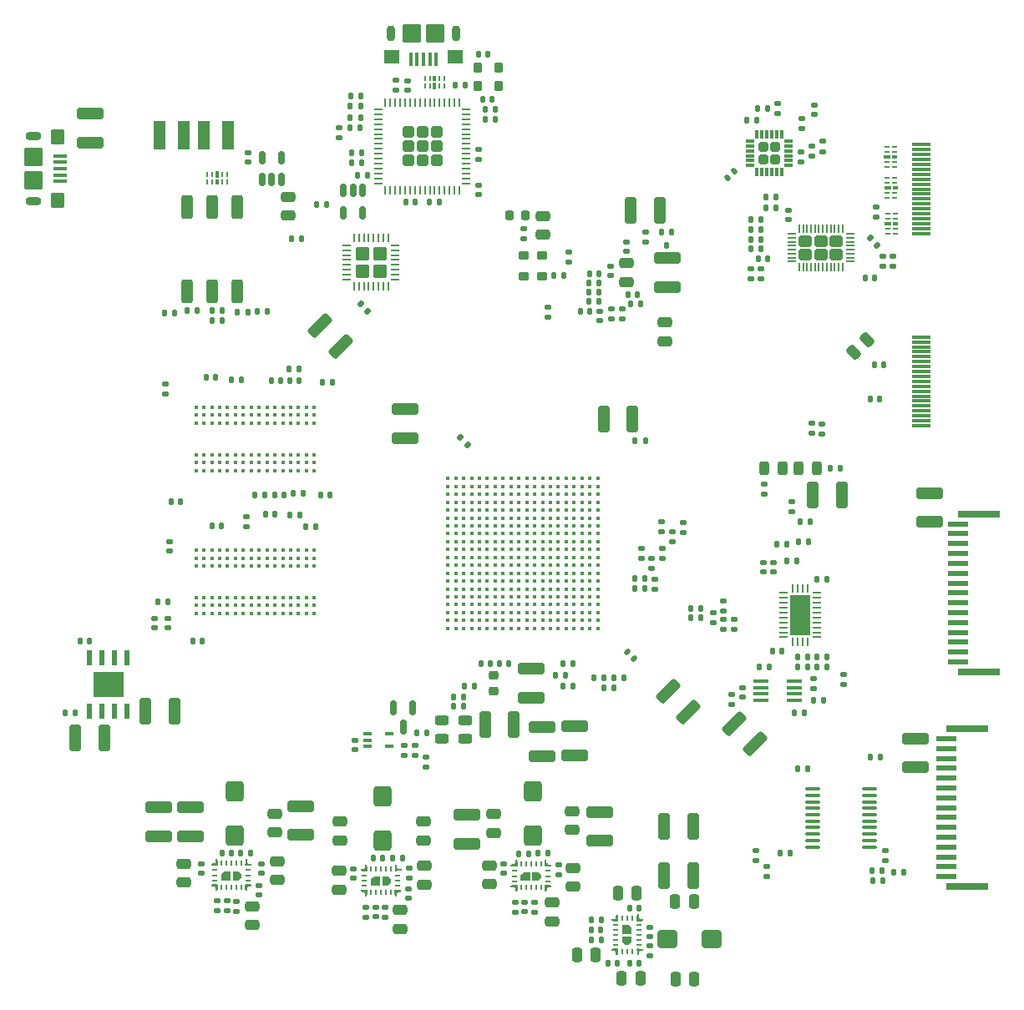
<source format=gbr>
%TF.GenerationSoftware,KiCad,Pcbnew,9.0.4*%
%TF.CreationDate,2025-11-23T15:58:38-06:00*%
%TF.ProjectId,zynq_test,7a796e71-5f74-4657-9374-2e6b69636164,rev?*%
%TF.SameCoordinates,Original*%
%TF.FileFunction,Paste,Top*%
%TF.FilePolarity,Positive*%
%FSLAX46Y46*%
G04 Gerber Fmt 4.6, Leading zero omitted, Abs format (unit mm)*
G04 Created by KiCad (PCBNEW 9.0.4) date 2025-11-23 15:58:38*
%MOMM*%
%LPD*%
G01*
G04 APERTURE LIST*
G04 Aperture macros list*
%AMRoundRect*
0 Rectangle with rounded corners*
0 $1 Rounding radius*
0 $2 $3 $4 $5 $6 $7 $8 $9 X,Y pos of 4 corners*
0 Add a 4 corners polygon primitive as box body*
4,1,4,$2,$3,$4,$5,$6,$7,$8,$9,$2,$3,0*
0 Add four circle primitives for the rounded corners*
1,1,$1+$1,$2,$3*
1,1,$1+$1,$4,$5*
1,1,$1+$1,$6,$7*
1,1,$1+$1,$8,$9*
0 Add four rect primitives between the rounded corners*
20,1,$1+$1,$2,$3,$4,$5,0*
20,1,$1+$1,$4,$5,$6,$7,0*
20,1,$1+$1,$6,$7,$8,$9,0*
20,1,$1+$1,$8,$9,$2,$3,0*%
%AMFreePoly0*
4,1,5,0.125000,-0.350000,-0.125000,-0.350000,-0.125000,0.350000,0.125000,0.350000,0.125000,-0.350000,0.125000,-0.350000,$1*%
G04 Aperture macros list end*
%ADD10C,0.000000*%
%ADD11RoundRect,0.250000X-0.475000X0.250000X-0.475000X-0.250000X0.475000X-0.250000X0.475000X0.250000X0*%
%ADD12RoundRect,0.250000X0.325000X1.100000X-0.325000X1.100000X-0.325000X-1.100000X0.325000X-1.100000X0*%
%ADD13RoundRect,0.135000X0.185000X-0.135000X0.185000X0.135000X-0.185000X0.135000X-0.185000X-0.135000X0*%
%ADD14RoundRect,0.250000X-0.750000X-0.650000X0.750000X-0.650000X0.750000X0.650000X-0.750000X0.650000X0*%
%ADD15RoundRect,0.125000X-0.125000X0.175000X-0.125000X-0.175000X0.125000X-0.175000X0.125000X0.175000X0*%
%ADD16RoundRect,0.243750X-0.243750X-0.456250X0.243750X-0.456250X0.243750X0.456250X-0.243750X0.456250X0*%
%ADD17RoundRect,0.140000X-0.140000X-0.170000X0.140000X-0.170000X0.140000X0.170000X-0.140000X0.170000X0*%
%ADD18RoundRect,0.135000X-0.135000X-0.185000X0.135000X-0.185000X0.135000X0.185000X-0.135000X0.185000X0*%
%ADD19RoundRect,0.135000X-0.185000X0.135000X-0.185000X-0.135000X0.185000X-0.135000X0.185000X0.135000X0*%
%ADD20RoundRect,0.140000X0.140000X0.170000X-0.140000X0.170000X-0.140000X-0.170000X0.140000X-0.170000X0*%
%ADD21RoundRect,0.243750X0.456250X-0.243750X0.456250X0.243750X-0.456250X0.243750X-0.456250X-0.243750X0*%
%ADD22RoundRect,0.140000X-0.170000X0.140000X-0.170000X-0.140000X0.170000X-0.140000X0.170000X0.140000X0*%
%ADD23RoundRect,0.135000X0.135000X0.185000X-0.135000X0.185000X-0.135000X-0.185000X0.135000X-0.185000X0*%
%ADD24FreePoly0,270.000000*%
%ADD25C,0.258747*%
%ADD26FreePoly0,0.000000*%
%ADD27R,0.599999X0.249999*%
%ADD28FreePoly0,90.000000*%
%ADD29R,0.249999X0.599999*%
%ADD30FreePoly0,180.000000*%
%ADD31RoundRect,0.225000X-0.225000X-0.250000X0.225000X-0.250000X0.225000X0.250000X-0.225000X0.250000X0*%
%ADD32RoundRect,0.135000X0.226274X0.035355X0.035355X0.226274X-0.226274X-0.035355X-0.035355X-0.226274X0*%
%ADD33RoundRect,0.140000X0.170000X-0.140000X0.170000X0.140000X-0.170000X0.140000X-0.170000X-0.140000X0*%
%ADD34RoundRect,0.250000X-0.325000X-1.100000X0.325000X-1.100000X0.325000X1.100000X-0.325000X1.100000X0*%
%ADD35RoundRect,0.140000X-0.021213X0.219203X-0.219203X0.021213X0.021213X-0.219203X0.219203X-0.021213X0*%
%ADD36C,0.400000*%
%ADD37R,0.812800X0.254000*%
%ADD38R,0.254000X0.812800*%
%ADD39R,2.108200X4.089400*%
%ADD40RoundRect,0.250000X0.250000X0.475000X-0.250000X0.475000X-0.250000X-0.475000X0.250000X-0.475000X0*%
%ADD41RoundRect,0.250000X-1.100000X0.325000X-1.100000X-0.325000X1.100000X-0.325000X1.100000X0.325000X0*%
%ADD42RoundRect,0.250000X-0.159099X0.512652X-0.512652X0.159099X0.159099X-0.512652X0.512652X-0.159099X0*%
%ADD43RoundRect,0.150000X-0.150000X0.587500X-0.150000X-0.587500X0.150000X-0.587500X0.150000X0.587500X0*%
%ADD44R,1.250000X3.000000*%
%ADD45RoundRect,0.135000X-0.365000X-0.315000X0.365000X-0.315000X0.365000X0.315000X-0.365000X0.315000X0*%
%ADD46R,1.600000X0.300000*%
%ADD47RoundRect,0.250000X1.007627X0.548008X0.548008X1.007627X-1.007627X-0.548008X-0.548008X-1.007627X0*%
%ADD48RoundRect,0.250000X1.100000X-0.325000X1.100000X0.325000X-1.100000X0.325000X-1.100000X-0.325000X0*%
%ADD49R,0.625000X0.250000*%
%ADD50R,0.700000X0.450000*%
%ADD51R,0.575000X0.450000*%
%ADD52RoundRect,0.250000X-0.335000X0.335000X-0.335000X-0.335000X0.335000X-0.335000X0.335000X0.335000X0*%
%ADD53RoundRect,0.062500X-0.062500X0.337500X-0.062500X-0.337500X0.062500X-0.337500X0.062500X0.337500X0*%
%ADD54RoundRect,0.062500X-0.337500X0.062500X-0.337500X-0.062500X0.337500X-0.062500X0.337500X0.062500X0*%
%ADD55RoundRect,0.140000X-0.219203X-0.021213X-0.021213X-0.219203X0.219203X0.021213X0.021213X0.219203X0*%
%ADD56R,2.000000X0.600000*%
%ADD57R,4.200000X0.700000*%
%ADD58C,0.430000*%
%ADD59RoundRect,0.243750X0.243750X0.456250X-0.243750X0.456250X-0.243750X-0.456250X0.243750X-0.456250X0*%
%ADD60RoundRect,0.247500X-0.247500X-0.247500X0.247500X-0.247500X0.247500X0.247500X-0.247500X0.247500X0*%
%ADD61RoundRect,0.075000X-0.362500X-0.075000X0.362500X-0.075000X0.362500X0.075000X-0.362500X0.075000X0*%
%ADD62RoundRect,0.075000X-0.075000X-0.362500X0.075000X-0.362500X0.075000X0.362500X-0.075000X0.362500X0*%
%ADD63RoundRect,0.250000X0.650000X-0.750000X0.650000X0.750000X-0.650000X0.750000X-0.650000X-0.750000X0*%
%ADD64R,0.600000X1.550000*%
%ADD65R,3.100000X2.600000*%
%ADD66RoundRect,0.150000X0.150000X-0.512500X0.150000X0.512500X-0.150000X0.512500X-0.150000X-0.512500X0*%
%ADD67RoundRect,0.135000X-0.315000X0.365000X-0.315000X-0.365000X0.315000X-0.365000X0.315000X0.365000X0*%
%ADD68RoundRect,0.250000X-0.420000X-0.325000X0.420000X-0.325000X0.420000X0.325000X-0.420000X0.325000X0*%
%ADD69RoundRect,0.050000X-0.362500X-0.050000X0.362500X-0.050000X0.362500X0.050000X-0.362500X0.050000X0*%
%ADD70RoundRect,0.050000X-0.050000X-0.362500X0.050000X-0.362500X0.050000X0.362500X-0.050000X0.362500X0*%
%ADD71R,0.250000X0.625000*%
%ADD72R,0.450000X0.700000*%
%ADD73R,0.450000X0.575000*%
%ADD74RoundRect,0.250000X0.455000X0.455000X-0.455000X0.455000X-0.455000X-0.455000X0.455000X-0.455000X0*%
%ADD75RoundRect,0.062500X0.337500X0.062500X-0.337500X0.062500X-0.337500X-0.062500X0.337500X-0.062500X0*%
%ADD76RoundRect,0.062500X0.062500X0.337500X-0.062500X0.337500X-0.062500X-0.337500X0.062500X-0.337500X0*%
%ADD77RoundRect,0.250000X-1.007627X-0.548008X-0.548008X-1.007627X1.007627X0.548008X0.548008X1.007627X0*%
%ADD78RoundRect,0.250000X0.310000X-0.970000X0.310000X0.970000X-0.310000X0.970000X-0.310000X-0.970000X0*%
%ADD79RoundRect,0.225000X0.250000X-0.225000X0.250000X0.225000X-0.250000X0.225000X-0.250000X-0.225000X0*%
%ADD80RoundRect,0.100000X-0.575000X0.100000X-0.575000X-0.100000X0.575000X-0.100000X0.575000X0.100000X0*%
%ADD81O,1.600000X0.900000*%
%ADD82RoundRect,0.250000X-0.450000X0.550000X-0.450000X-0.550000X0.450000X-0.550000X0.450000X0.550000X0*%
%ADD83RoundRect,0.250000X-0.700000X0.700000X-0.700000X-0.700000X0.700000X-0.700000X0.700000X0.700000X0*%
%ADD84RoundRect,0.150000X-0.150000X0.512500X-0.150000X-0.512500X0.150000X-0.512500X0.150000X0.512500X0*%
%ADD85RoundRect,0.087500X-0.337500X-0.087500X0.337500X-0.087500X0.337500X0.087500X-0.337500X0.087500X0*%
%ADD86RoundRect,0.100000X0.100000X0.575000X-0.100000X0.575000X-0.100000X-0.575000X0.100000X-0.575000X0*%
%ADD87O,0.900000X1.600000*%
%ADD88RoundRect,0.250000X0.550000X0.450000X-0.550000X0.450000X-0.550000X-0.450000X0.550000X-0.450000X0*%
%ADD89RoundRect,0.250000X0.700000X0.700000X-0.700000X0.700000X-0.700000X-0.700000X0.700000X-0.700000X0*%
%ADD90R,1.900000X0.300000*%
%ADD91RoundRect,0.100000X-0.637500X-0.100000X0.637500X-0.100000X0.637500X0.100000X-0.637500X0.100000X0*%
G04 APERTURE END LIST*
D10*
%TO.C,U1403*%
G36*
X139638994Y-126597001D02*
G01*
X139838986Y-126822002D01*
X139884995Y-126872001D01*
X139885001Y-127475003D01*
X139834996Y-127525000D01*
X139035000Y-127525000D01*
X138985000Y-127475003D01*
X138985000Y-126600000D01*
X139035000Y-126550001D01*
X139589002Y-126550001D01*
X139638994Y-126597001D01*
G37*
G36*
X138535001Y-125590002D02*
G01*
X138585003Y-125640000D01*
X138585001Y-126165000D01*
X138535001Y-126215002D01*
X138060000Y-126215000D01*
X138010000Y-126165000D01*
X138010000Y-126015000D01*
X138060000Y-125965000D01*
X138235001Y-125965000D01*
X138335001Y-125865001D01*
X138335001Y-125640002D01*
X138385001Y-125590000D01*
X138535001Y-125590002D01*
G37*
G36*
X138585001Y-129015002D02*
G01*
X138585003Y-129540000D01*
X138535001Y-129590002D01*
X138385001Y-129590002D01*
X138334999Y-129540002D01*
X138335001Y-129315001D01*
X138234999Y-129215002D01*
X138060000Y-129215002D01*
X138010000Y-129165002D01*
X138010000Y-129015002D01*
X138060000Y-128965002D01*
X138535001Y-128965000D01*
X138585001Y-129015002D01*
G37*
G36*
X139885001Y-127775002D02*
G01*
X139885001Y-128308001D01*
X139838988Y-128358000D01*
X139638999Y-128583001D01*
X139588999Y-128630001D01*
X139281006Y-128630001D01*
X139231001Y-128582989D01*
X139030999Y-128358000D01*
X138985000Y-128308001D01*
X138985000Y-127774999D01*
X139035000Y-127725002D01*
X139834996Y-127725002D01*
X139885001Y-127775002D01*
G37*
G36*
X140685001Y-125640000D02*
G01*
X140684999Y-125865001D01*
X140785001Y-125965000D01*
X140960000Y-125965000D01*
X141010000Y-126015000D01*
X141010000Y-126165000D01*
X140960000Y-126215000D01*
X140484999Y-126215002D01*
X140434999Y-126165000D01*
X140434997Y-125640002D01*
X140484999Y-125590000D01*
X140634999Y-125590000D01*
X140685001Y-125640000D01*
G37*
%TO.C,U1701*%
G36*
X157964100Y-94378434D02*
G01*
X156055900Y-94378434D01*
X156055900Y-93215300D01*
X157964100Y-93215300D01*
X157964100Y-94378434D01*
G37*
G36*
X157964100Y-95741567D02*
G01*
X156055900Y-95741567D01*
X156055900Y-94578433D01*
X157964100Y-94578433D01*
X157964100Y-95741567D01*
G37*
G36*
X157964100Y-97104700D02*
G01*
X156055900Y-97104700D01*
X156055900Y-95941566D01*
X157964100Y-95941566D01*
X157964100Y-97104700D01*
G37*
%TO.C,U1401*%
G36*
X129664999Y-121275004D02*
G01*
X129664999Y-122075000D01*
X129615002Y-122125000D01*
X128739999Y-122125000D01*
X128690000Y-122075000D01*
X128690000Y-121520998D01*
X128737000Y-121471006D01*
X128962001Y-121271014D01*
X129012000Y-121225005D01*
X129615002Y-121224999D01*
X129664999Y-121275004D01*
G37*
G36*
X128354999Y-120150000D02*
G01*
X128355001Y-120625001D01*
X128304999Y-120675001D01*
X127780001Y-120675003D01*
X127729999Y-120625001D01*
X127729999Y-120475001D01*
X127779999Y-120424999D01*
X128005000Y-120425001D01*
X128104999Y-120324999D01*
X128104999Y-120150000D01*
X128154999Y-120100000D01*
X128304999Y-120100000D01*
X128354999Y-120150000D01*
G37*
G36*
X128304999Y-122524999D02*
G01*
X128355001Y-122574999D01*
X128354999Y-123050000D01*
X128304999Y-123100000D01*
X128154999Y-123100000D01*
X128104999Y-123050000D01*
X128104999Y-122874999D01*
X128005000Y-122774999D01*
X127780001Y-122774999D01*
X127729999Y-122724999D01*
X127730001Y-122574999D01*
X127779999Y-122524997D01*
X128304999Y-122524999D01*
G37*
G36*
X130497999Y-121271012D02*
G01*
X130723000Y-121471001D01*
X130770000Y-121521001D01*
X130770000Y-121828994D01*
X130722988Y-121878999D01*
X130497999Y-122079001D01*
X130448000Y-122125000D01*
X129914998Y-122125000D01*
X129865001Y-122075000D01*
X129865001Y-121275004D01*
X129915001Y-121224999D01*
X130448000Y-121224999D01*
X130497999Y-121271012D01*
G37*
G36*
X131730001Y-122574999D02*
G01*
X131730001Y-122724999D01*
X131680001Y-122775001D01*
X131455000Y-122774999D01*
X131355001Y-122875001D01*
X131355001Y-123050000D01*
X131305001Y-123100000D01*
X131155001Y-123100000D01*
X131105001Y-123050000D01*
X131104999Y-122574999D01*
X131155001Y-122524999D01*
X131679999Y-122524997D01*
X131730001Y-122574999D01*
G37*
%TO.C,U1405*%
G36*
X99285000Y-121205005D02*
G01*
X99285000Y-122005001D01*
X99235003Y-122055001D01*
X98360000Y-122055001D01*
X98310001Y-122005001D01*
X98310001Y-121450999D01*
X98357001Y-121401007D01*
X98582002Y-121201015D01*
X98632001Y-121155006D01*
X99235003Y-121155000D01*
X99285000Y-121205005D01*
G37*
G36*
X97975000Y-120080001D02*
G01*
X97975002Y-120555002D01*
X97925000Y-120605002D01*
X97400002Y-120605004D01*
X97350000Y-120555002D01*
X97350000Y-120405002D01*
X97400000Y-120355000D01*
X97625001Y-120355002D01*
X97725000Y-120255000D01*
X97725000Y-120080001D01*
X97775000Y-120030001D01*
X97925000Y-120030001D01*
X97975000Y-120080001D01*
G37*
G36*
X97925000Y-122455000D02*
G01*
X97975002Y-122505000D01*
X97975000Y-122980001D01*
X97925000Y-123030001D01*
X97775000Y-123030001D01*
X97725000Y-122980001D01*
X97725000Y-122805000D01*
X97625001Y-122705000D01*
X97400002Y-122705000D01*
X97350000Y-122655000D01*
X97350002Y-122505000D01*
X97400000Y-122454998D01*
X97925000Y-122455000D01*
G37*
G36*
X100118000Y-121201013D02*
G01*
X100343001Y-121401002D01*
X100390001Y-121451002D01*
X100390001Y-121758995D01*
X100342989Y-121809000D01*
X100118000Y-122009002D01*
X100068001Y-122055001D01*
X99534999Y-122055001D01*
X99485002Y-122005001D01*
X99485002Y-121205005D01*
X99535002Y-121155000D01*
X100068001Y-121155000D01*
X100118000Y-121201013D01*
G37*
G36*
X101350002Y-122505000D02*
G01*
X101350002Y-122655000D01*
X101300002Y-122705002D01*
X101075001Y-122705000D01*
X100975002Y-122805002D01*
X100975002Y-122980001D01*
X100925002Y-123030001D01*
X100775002Y-123030001D01*
X100725002Y-122980001D01*
X100725000Y-122505000D01*
X100775002Y-122455000D01*
X101300000Y-122454998D01*
X101350002Y-122505000D01*
G37*
%TO.C,U1402*%
G36*
X114460001Y-121745004D02*
G01*
X114460001Y-122545000D01*
X114410004Y-122595000D01*
X113535001Y-122595000D01*
X113485002Y-122545000D01*
X113485002Y-121990998D01*
X113532002Y-121941006D01*
X113757003Y-121741014D01*
X113807002Y-121695005D01*
X114410004Y-121694999D01*
X114460001Y-121745004D01*
G37*
G36*
X113150001Y-120620000D02*
G01*
X113150003Y-121095001D01*
X113100001Y-121145001D01*
X112575003Y-121145003D01*
X112525001Y-121095001D01*
X112525001Y-120945001D01*
X112575001Y-120894999D01*
X112800002Y-120895001D01*
X112900001Y-120794999D01*
X112900001Y-120620000D01*
X112950001Y-120570000D01*
X113100001Y-120570000D01*
X113150001Y-120620000D01*
G37*
G36*
X113100001Y-122994999D02*
G01*
X113150003Y-123044999D01*
X113150001Y-123520000D01*
X113100001Y-123570000D01*
X112950001Y-123570000D01*
X112900001Y-123520000D01*
X112900001Y-123344999D01*
X112800002Y-123244999D01*
X112575003Y-123244999D01*
X112525001Y-123194999D01*
X112525003Y-123044999D01*
X112575001Y-122994997D01*
X113100001Y-122994999D01*
G37*
G36*
X115293001Y-121741012D02*
G01*
X115518002Y-121941001D01*
X115565002Y-121991001D01*
X115565002Y-122298994D01*
X115517990Y-122348999D01*
X115293001Y-122549001D01*
X115243002Y-122595000D01*
X114710000Y-122595000D01*
X114660003Y-122545000D01*
X114660003Y-121745004D01*
X114710003Y-121694999D01*
X115243002Y-121694999D01*
X115293001Y-121741012D01*
G37*
G36*
X116525003Y-123044999D02*
G01*
X116525003Y-123194999D01*
X116475003Y-123245001D01*
X116250002Y-123244999D01*
X116150003Y-123345001D01*
X116150003Y-123520000D01*
X116100003Y-123570000D01*
X115950003Y-123570000D01*
X115900003Y-123520000D01*
X115900001Y-123044999D01*
X115950003Y-122994999D01*
X116475001Y-122994997D01*
X116525003Y-123044999D01*
G37*
%TD*%
D11*
%TO.C,C1402*%
X110270000Y-121090000D03*
X110270000Y-122990000D03*
%TD*%
%TO.C,C1427*%
X125980000Y-115330000D03*
X125980000Y-117230000D03*
%TD*%
D12*
%TO.C,C603*%
X146150000Y-116600000D03*
X143200000Y-116600000D03*
%TD*%
D13*
%TO.C,R813*%
X158210000Y-76750000D03*
X158210000Y-75730000D03*
%TD*%
D14*
%TO.C,L1403*%
X143550000Y-128050000D03*
X148050000Y-128050000D03*
%TD*%
D13*
%TO.C,R1207*%
X153650000Y-121710000D03*
X153650000Y-120690000D03*
%TD*%
D15*
%TO.C,Q1101*%
X143940000Y-56330000D03*
X142940000Y-56330000D03*
X143440000Y-57630000D03*
%TD*%
D16*
%TO.C,D1302*%
X153372500Y-80260000D03*
X155247500Y-80260000D03*
%TD*%
D17*
%TO.C,C703*%
X119440000Y-53300000D03*
X120400000Y-53300000D03*
%TD*%
D18*
%TO.C,R708*%
X111420000Y-43560000D03*
X112440000Y-43560000D03*
%TD*%
D19*
%TO.C,R1208*%
X152550000Y-119040000D03*
X152550000Y-120060000D03*
%TD*%
D13*
%TO.C,R833*%
X165380000Y-59770000D03*
X165380000Y-58750000D03*
%TD*%
D11*
%TO.C,C1446*%
X103750000Y-115300000D03*
X103750000Y-117200000D03*
%TD*%
D20*
%TO.C,C538*%
X107870000Y-86170000D03*
X106910000Y-86170000D03*
%TD*%
D19*
%TO.C,R1409*%
X130050000Y-124270000D03*
X130050000Y-125290000D03*
%TD*%
D11*
%TO.C,C1007*%
X105080000Y-52750000D03*
X105080000Y-54650000D03*
%TD*%
D19*
%TO.C,R1430*%
X118010000Y-108400000D03*
X118010000Y-109420000D03*
%TD*%
D20*
%TO.C,C517*%
X109580000Y-71560000D03*
X108620000Y-71560000D03*
%TD*%
D18*
%TO.C,R1202*%
X166490000Y-121210000D03*
X167510000Y-121210000D03*
%TD*%
D21*
%TO.C,D1401*%
X120720000Y-107717500D03*
X120720000Y-105842500D03*
%TD*%
D20*
%TO.C,C532*%
X96420000Y-97810000D03*
X95460000Y-97810000D03*
%TD*%
D18*
%TO.C,R1721*%
X156770000Y-100400000D03*
X157790000Y-100400000D03*
%TD*%
D22*
%TO.C,C527*%
X92660000Y-71750000D03*
X92660000Y-72710000D03*
%TD*%
D13*
%TO.C,R1730*%
X161440000Y-102210000D03*
X161440000Y-101190000D03*
%TD*%
D23*
%TO.C,R1203*%
X165340000Y-121060000D03*
X164320000Y-121060000D03*
%TD*%
D20*
%TO.C,C519*%
X100340000Y-71320000D03*
X99380000Y-71320000D03*
%TD*%
D24*
%TO.C,U1403*%
X138230000Y-126090001D03*
D25*
X138350000Y-125990001D03*
D26*
X138460000Y-125865003D03*
D27*
X138310000Y-126590000D03*
X138310000Y-127090002D03*
X138310000Y-127590001D03*
X138310000Y-128090000D03*
X138310000Y-128590002D03*
D28*
X138240000Y-129090001D03*
D25*
X138360000Y-129190001D03*
D26*
X138460000Y-129310001D03*
D29*
X138960001Y-129290000D03*
X139460000Y-129290000D03*
X140009999Y-129290000D03*
D30*
X140560000Y-129320001D03*
D25*
X140578748Y-129158751D03*
X140680000Y-129194999D03*
D28*
X140790000Y-129090001D03*
D27*
X140710000Y-128590002D03*
X140710000Y-128090000D03*
X140710000Y-127590001D03*
X140710000Y-127090002D03*
X140710000Y-126590000D03*
D30*
X140560000Y-125860001D03*
D25*
X140660000Y-125980001D03*
D24*
X140789373Y-126090001D03*
D29*
X140009999Y-125890002D03*
X139460000Y-125890002D03*
X138960001Y-125890002D03*
%TD*%
D31*
%TO.C,L1101*%
X127585000Y-54630000D03*
X129135000Y-54630000D03*
%TD*%
D22*
%TO.C,C536*%
X93090000Y-87690000D03*
X93090000Y-88650000D03*
%TD*%
D32*
%TO.C,R206*%
X123290624Y-77870624D03*
X122569376Y-77149376D03*
%TD*%
D19*
%TO.C,R805*%
X164680000Y-53790000D03*
X164680000Y-54810000D03*
%TD*%
D17*
%TO.C,C1116*%
X135630000Y-62370000D03*
X136590000Y-62370000D03*
%TD*%
D20*
%TO.C,C502*%
X106270000Y-85050000D03*
X105310000Y-85050000D03*
%TD*%
D17*
%TO.C,C525*%
X108380000Y-83010000D03*
X109340000Y-83010000D03*
%TD*%
D11*
%TO.C,C1441*%
X101510000Y-124710000D03*
X101510000Y-126610000D03*
%TD*%
D33*
%TO.C,C1102*%
X138950000Y-65090000D03*
X138950000Y-64130000D03*
%TD*%
D34*
%TO.C,C542*%
X90655000Y-104900000D03*
X93605000Y-104900000D03*
%TD*%
D23*
%TO.C,R712*%
X112590000Y-48260000D03*
X111570000Y-48260000D03*
%TD*%
D18*
%TO.C,R718*%
X125080000Y-44900000D03*
X126100000Y-44900000D03*
%TD*%
D32*
%TO.C,R804*%
X164840624Y-57650624D03*
X164119376Y-56929376D03*
%TD*%
D35*
%TO.C,C901*%
X150339411Y-50110589D03*
X149660589Y-50789411D03*
%TD*%
D18*
%TO.C,R203*%
X97440000Y-65250000D03*
X98460000Y-65250000D03*
%TD*%
D33*
%TO.C,C1707*%
X158370000Y-102580000D03*
X158370000Y-101620000D03*
%TD*%
D23*
%TO.C,R1608*%
X133984750Y-102384750D03*
X132964750Y-102384750D03*
%TD*%
%TO.C,R904*%
X153750000Y-43800000D03*
X152730000Y-43800000D03*
%TD*%
%TO.C,R818*%
X153010000Y-58020000D03*
X151990000Y-58020000D03*
%TD*%
D20*
%TO.C,C1411*%
X140710000Y-124870000D03*
X139750000Y-124870000D03*
%TD*%
D36*
%TO.C,U202*%
X121300000Y-81310000D03*
X122100000Y-81310000D03*
X122900000Y-81310000D03*
X123700000Y-81310000D03*
X124500000Y-81310000D03*
X125300000Y-81310000D03*
X126100000Y-81310000D03*
X126900000Y-81310000D03*
X127700000Y-81310000D03*
X128500000Y-81310000D03*
X129300000Y-81310000D03*
X130100000Y-81310000D03*
X130900000Y-81310000D03*
X131700000Y-81310000D03*
X132500000Y-81310000D03*
X133300000Y-81310000D03*
X134100000Y-81310000D03*
X134900000Y-81310000D03*
X135700000Y-81310000D03*
X136500000Y-81310000D03*
X121300000Y-82110000D03*
X122100000Y-82110000D03*
X122900000Y-82110000D03*
X123700000Y-82110000D03*
X124500000Y-82110000D03*
X125300000Y-82110000D03*
X126100000Y-82110000D03*
X126900000Y-82110000D03*
X127700000Y-82110000D03*
X128500000Y-82110000D03*
X129300000Y-82110000D03*
X130100000Y-82110000D03*
X130900000Y-82110000D03*
X131700000Y-82110000D03*
X132500000Y-82110000D03*
X133300000Y-82110000D03*
X134100000Y-82110000D03*
X134900000Y-82110000D03*
X135700000Y-82110000D03*
X136500000Y-82110000D03*
X121300000Y-82910000D03*
X122100000Y-82910000D03*
X122900000Y-82910000D03*
X123700000Y-82910000D03*
X124500000Y-82910000D03*
X125300000Y-82910000D03*
X126100000Y-82910000D03*
X126900000Y-82910000D03*
X127700000Y-82910000D03*
X128500000Y-82910000D03*
X129300000Y-82910000D03*
X130100000Y-82910000D03*
X130900000Y-82910000D03*
X131700000Y-82910000D03*
X132500000Y-82910000D03*
X133300000Y-82910000D03*
X134100000Y-82910000D03*
X134900000Y-82910000D03*
X135700000Y-82910000D03*
X136500000Y-82910000D03*
X121300000Y-83710000D03*
X122100000Y-83710000D03*
X122900000Y-83710000D03*
X123700000Y-83710000D03*
X124500000Y-83710000D03*
X125300000Y-83710000D03*
X126100000Y-83710000D03*
X126900000Y-83710000D03*
X127700000Y-83710000D03*
X128500000Y-83710000D03*
X129300000Y-83710000D03*
X130100000Y-83710000D03*
X130900000Y-83710000D03*
X131700000Y-83710000D03*
X132500000Y-83710000D03*
X133300000Y-83710000D03*
X134100000Y-83710000D03*
X134900000Y-83710000D03*
X135700000Y-83710000D03*
X136500000Y-83710000D03*
X121300000Y-84510000D03*
X122100000Y-84510000D03*
X122900000Y-84510000D03*
X123700000Y-84510000D03*
X124500000Y-84510000D03*
X125300000Y-84510000D03*
X126100000Y-84510000D03*
X126900000Y-84510000D03*
X127700000Y-84510000D03*
X128500000Y-84510000D03*
X129300000Y-84510000D03*
X130100000Y-84510000D03*
X130900000Y-84510000D03*
X131700000Y-84510000D03*
X132500000Y-84510000D03*
X133300000Y-84510000D03*
X134100000Y-84510000D03*
X134900000Y-84510000D03*
X135700000Y-84510000D03*
X136500000Y-84510000D03*
X121300000Y-85310000D03*
X122100000Y-85310000D03*
X122900000Y-85310000D03*
X123700000Y-85310000D03*
X124500000Y-85310000D03*
X125300000Y-85310000D03*
X126100000Y-85310000D03*
X126900000Y-85310000D03*
X127700000Y-85310000D03*
X128500000Y-85310000D03*
X129300000Y-85310000D03*
X130100000Y-85310000D03*
X130900000Y-85310000D03*
X131700000Y-85310000D03*
X132500000Y-85310000D03*
X133300000Y-85310000D03*
X134100000Y-85310000D03*
X134900000Y-85310000D03*
X135700000Y-85310000D03*
X136500000Y-85310000D03*
X121300000Y-86110000D03*
X122100000Y-86110000D03*
X122900000Y-86110000D03*
X123700000Y-86110000D03*
X124500000Y-86110000D03*
X125300000Y-86110000D03*
X126100000Y-86110000D03*
X126900000Y-86110000D03*
X127700000Y-86110000D03*
X128500000Y-86110000D03*
X129300000Y-86110000D03*
X130100000Y-86110000D03*
X130900000Y-86110000D03*
X131700000Y-86110000D03*
X132500000Y-86110000D03*
X133300000Y-86110000D03*
X134100000Y-86110000D03*
X134900000Y-86110000D03*
X135700000Y-86110000D03*
X136500000Y-86110000D03*
X121300000Y-86910000D03*
X122100000Y-86910000D03*
X122900000Y-86910000D03*
X123700000Y-86910000D03*
X124500000Y-86910000D03*
X125300000Y-86910000D03*
X126100000Y-86910000D03*
X126900000Y-86910000D03*
X127700000Y-86910000D03*
X128500000Y-86910000D03*
X129300000Y-86910000D03*
X130100000Y-86910000D03*
X130900000Y-86910000D03*
X131700000Y-86910000D03*
X132500000Y-86910000D03*
X133300000Y-86910000D03*
X134100000Y-86910000D03*
X134900000Y-86910000D03*
X135700000Y-86910000D03*
X136500000Y-86910000D03*
X121300000Y-87710000D03*
X122100000Y-87710000D03*
X122900000Y-87710000D03*
X123700000Y-87710000D03*
X124500000Y-87710000D03*
X125300000Y-87710000D03*
X126100000Y-87710000D03*
X126900000Y-87710000D03*
X127700000Y-87710000D03*
X128500000Y-87710000D03*
X129300000Y-87710000D03*
X130100000Y-87710000D03*
X130900000Y-87710000D03*
X131700000Y-87710000D03*
X132500000Y-87710000D03*
X133300000Y-87710000D03*
X134100000Y-87710000D03*
X134900000Y-87710000D03*
X135700000Y-87710000D03*
X136500000Y-87710000D03*
X121300000Y-88510000D03*
X122100000Y-88510000D03*
X122900000Y-88510000D03*
X123700000Y-88510000D03*
X124500000Y-88510000D03*
X125300000Y-88510000D03*
X126100000Y-88510000D03*
X126900000Y-88510000D03*
X127700000Y-88510000D03*
X128500000Y-88510000D03*
X129300000Y-88510000D03*
X130100000Y-88510000D03*
X130900000Y-88510000D03*
X131700000Y-88510000D03*
X132500000Y-88510000D03*
X133300000Y-88510000D03*
X134100000Y-88510000D03*
X134900000Y-88510000D03*
X135700000Y-88510000D03*
X136500000Y-88510000D03*
X121300000Y-89310000D03*
X122100000Y-89310000D03*
X122900000Y-89310000D03*
X123700000Y-89310000D03*
X124500000Y-89310000D03*
X125300000Y-89310000D03*
X126100000Y-89310000D03*
X126900000Y-89310000D03*
X127700000Y-89310000D03*
X128500000Y-89310000D03*
X129300000Y-89310000D03*
X130100000Y-89310000D03*
X130900000Y-89310000D03*
X131700000Y-89310000D03*
X132500000Y-89310000D03*
X133300000Y-89310000D03*
X134100000Y-89310000D03*
X134900000Y-89310000D03*
X135700000Y-89310000D03*
X136500000Y-89310000D03*
X121300000Y-90110000D03*
X122100000Y-90110000D03*
X122900000Y-90110000D03*
X123700000Y-90110000D03*
X124500000Y-90110000D03*
X125300000Y-90110000D03*
X126100000Y-90110000D03*
X126900000Y-90110000D03*
X127700000Y-90110000D03*
X128500000Y-90110000D03*
X129300000Y-90110000D03*
X130100000Y-90110000D03*
X130900000Y-90110000D03*
X131700000Y-90110000D03*
X132500000Y-90110000D03*
X133300000Y-90110000D03*
X134100000Y-90110000D03*
X134900000Y-90110000D03*
X135700000Y-90110000D03*
X136500000Y-90110000D03*
X121300000Y-90910000D03*
X122100000Y-90910000D03*
X122900000Y-90910000D03*
X123700000Y-90910000D03*
X124500000Y-90910000D03*
X125300000Y-90910000D03*
X126100000Y-90910000D03*
X126900000Y-90910000D03*
X127700000Y-90910000D03*
X128500000Y-90910000D03*
X129300000Y-90910000D03*
X130100000Y-90910000D03*
X130900000Y-90910000D03*
X131700000Y-90910000D03*
X132500000Y-90910000D03*
X133300000Y-90910000D03*
X134100000Y-90910000D03*
X134900000Y-90910000D03*
X135700000Y-90910000D03*
X136500000Y-90910000D03*
X121300000Y-91710000D03*
X122100000Y-91710000D03*
X122900000Y-91710000D03*
X123700000Y-91710000D03*
X124500000Y-91710000D03*
X125300000Y-91710000D03*
X126100000Y-91710000D03*
X126900000Y-91710000D03*
X127700000Y-91710000D03*
X128500000Y-91710000D03*
X129300000Y-91710000D03*
X130100000Y-91710000D03*
X130900000Y-91710000D03*
X131700000Y-91710000D03*
X132500000Y-91710000D03*
X133300000Y-91710000D03*
X134100000Y-91710000D03*
X134900000Y-91710000D03*
X135700000Y-91710000D03*
X136500000Y-91710000D03*
X121300000Y-92510000D03*
X122100000Y-92510000D03*
X122900000Y-92510000D03*
X123700000Y-92510000D03*
X124500000Y-92510000D03*
X125300000Y-92510000D03*
X126100000Y-92510000D03*
X126900000Y-92510000D03*
X127700000Y-92510000D03*
X128500000Y-92510000D03*
X129300000Y-92510000D03*
X130100000Y-92510000D03*
X130900000Y-92510000D03*
X131700000Y-92510000D03*
X132500000Y-92510000D03*
X133300000Y-92510000D03*
X134100000Y-92510000D03*
X134900000Y-92510000D03*
X135700000Y-92510000D03*
X136500000Y-92510000D03*
X121300000Y-93310000D03*
X122100000Y-93310000D03*
X122900000Y-93310000D03*
X123700000Y-93310000D03*
X124500000Y-93310000D03*
X125300000Y-93310000D03*
X126100000Y-93310000D03*
X126900000Y-93310000D03*
X127700000Y-93310000D03*
X128500000Y-93310000D03*
X129300000Y-93310000D03*
X130100000Y-93310000D03*
X130900000Y-93310000D03*
X131700000Y-93310000D03*
X132500000Y-93310000D03*
X133300000Y-93310000D03*
X134100000Y-93310000D03*
X134900000Y-93310000D03*
X135700000Y-93310000D03*
X136500000Y-93310000D03*
X121300000Y-94110000D03*
X122100000Y-94110000D03*
X122900000Y-94110000D03*
X123700000Y-94110000D03*
X124500000Y-94110000D03*
X125300000Y-94110000D03*
X126100000Y-94110000D03*
X126900000Y-94110000D03*
X127700000Y-94110000D03*
X128500000Y-94110000D03*
X129300000Y-94110000D03*
X130100000Y-94110000D03*
X130900000Y-94110000D03*
X131700000Y-94110000D03*
X132500000Y-94110000D03*
X133300000Y-94110000D03*
X134100000Y-94110000D03*
X134900000Y-94110000D03*
X135700000Y-94110000D03*
X136500000Y-94110000D03*
X121300000Y-94910000D03*
X122100000Y-94910000D03*
X122900000Y-94910000D03*
X123700000Y-94910000D03*
X124500000Y-94910000D03*
X125300000Y-94910000D03*
X126100000Y-94910000D03*
X126900000Y-94910000D03*
X127700000Y-94910000D03*
X128500000Y-94910000D03*
X129300000Y-94910000D03*
X130100000Y-94910000D03*
X130900000Y-94910000D03*
X131700000Y-94910000D03*
X132500000Y-94910000D03*
X133300000Y-94910000D03*
X134100000Y-94910000D03*
X134900000Y-94910000D03*
X135700000Y-94910000D03*
X136500000Y-94910000D03*
X121300000Y-95710000D03*
X122100000Y-95710000D03*
X122900000Y-95710000D03*
X123700000Y-95710000D03*
X124500000Y-95710000D03*
X125300000Y-95710000D03*
X126100000Y-95710000D03*
X126900000Y-95710000D03*
X127700000Y-95710000D03*
X128500000Y-95710000D03*
X129300000Y-95710000D03*
X130100000Y-95710000D03*
X130900000Y-95710000D03*
X131700000Y-95710000D03*
X132500000Y-95710000D03*
X133300000Y-95710000D03*
X134100000Y-95710000D03*
X134900000Y-95710000D03*
X135700000Y-95710000D03*
X136500000Y-95710000D03*
X121300000Y-96510000D03*
X122100000Y-96510000D03*
X122900000Y-96510000D03*
X123700000Y-96510000D03*
X124500000Y-96510000D03*
X125300000Y-96510000D03*
X126100000Y-96510000D03*
X126900000Y-96510000D03*
X127700000Y-96510000D03*
X128500000Y-96510000D03*
X129300000Y-96510000D03*
X130100000Y-96510000D03*
X130900000Y-96510000D03*
X131700000Y-96510000D03*
X132500000Y-96510000D03*
X133300000Y-96510000D03*
X134100000Y-96510000D03*
X134900000Y-96510000D03*
X135700000Y-96510000D03*
X136500000Y-96510000D03*
%TD*%
D20*
%TO.C,C1702*%
X155170000Y-98810000D03*
X154210000Y-98810000D03*
%TD*%
D37*
%TO.C,U1701*%
X155308200Y-92909433D03*
X155308200Y-93409559D03*
X155308200Y-93909685D03*
X155308200Y-94409811D03*
X155308200Y-94909937D03*
X155308200Y-95410063D03*
X155308200Y-95910189D03*
X155308200Y-96410315D03*
X155308200Y-96910441D03*
X155308200Y-97410567D03*
D38*
X156259811Y-97852400D03*
X156759937Y-97852400D03*
X157260063Y-97852400D03*
X157760189Y-97852400D03*
D37*
X158711800Y-97410567D03*
X158711800Y-96910441D03*
X158711800Y-96410315D03*
X158711800Y-95910189D03*
X158711800Y-95410063D03*
X158711800Y-94909937D03*
X158711800Y-94409811D03*
X158711800Y-93909685D03*
X158711800Y-93409559D03*
X158711800Y-92909433D03*
D38*
X157760189Y-92467600D03*
X157260063Y-92467600D03*
X156759937Y-92467600D03*
X156259811Y-92467600D03*
D39*
X157010000Y-95160000D03*
%TD*%
D40*
%TO.C,C1401*%
X140430000Y-123390000D03*
X138530000Y-123390000D03*
%TD*%
D41*
%TO.C,C1606*%
X168730000Y-107665000D03*
X168730000Y-110615000D03*
%TD*%
D18*
%TO.C,R1728*%
X155640000Y-89650000D03*
X156660000Y-89650000D03*
%TD*%
D20*
%TO.C,C529*%
X97750000Y-71010000D03*
X96790000Y-71010000D03*
%TD*%
D42*
%TO.C,C803*%
X163801751Y-67188249D03*
X162458249Y-68531751D03*
%TD*%
D43*
%TO.C,Q1401*%
X117720000Y-104602500D03*
X115820000Y-104602500D03*
X116770000Y-106477500D03*
%TD*%
D12*
%TO.C,C1451*%
X146175000Y-121600000D03*
X143225000Y-121600000D03*
%TD*%
D20*
%TO.C,C544*%
X84980000Y-97800000D03*
X84020000Y-97800000D03*
%TD*%
D19*
%TO.C,R1420*%
X99890000Y-124170000D03*
X99890000Y-125190000D03*
%TD*%
D23*
%TO.C,R1413*%
X136850000Y-128070000D03*
X135830000Y-128070000D03*
%TD*%
D41*
%TO.C,C632*%
X116980000Y-74285000D03*
X116980000Y-77235000D03*
%TD*%
D23*
%TO.C,R1601*%
X139160000Y-101540000D03*
X138140000Y-101540000D03*
%TD*%
D44*
%TO.C,J1001*%
X99050000Y-46520000D03*
X96550000Y-46520000D03*
X94550000Y-46520000D03*
X92050000Y-46520000D03*
%TD*%
D22*
%TO.C,C1439*%
X102390000Y-120370000D03*
X102390000Y-121330000D03*
%TD*%
D11*
%TO.C,C1403*%
X133970000Y-120800000D03*
X133970000Y-122700000D03*
%TD*%
D19*
%TO.C,R1429*%
X116840000Y-108380000D03*
X116840000Y-109400000D03*
%TD*%
%TO.C,R1718*%
X149250000Y-93700000D03*
X149250000Y-94720000D03*
%TD*%
D45*
%TO.C,U1101*%
X128990000Y-58700000D03*
X128990000Y-60800000D03*
X130890000Y-60800000D03*
X130890000Y-58700000D03*
%TD*%
D23*
%TO.C,R711*%
X109010000Y-53500000D03*
X107990000Y-53500000D03*
%TD*%
D12*
%TO.C,C302*%
X128005000Y-106240000D03*
X125055000Y-106240000D03*
%TD*%
D20*
%TO.C,C522*%
X98370000Y-86080000D03*
X97410000Y-86080000D03*
%TD*%
D33*
%TO.C,C1117*%
X137900000Y-65090000D03*
X137900000Y-64130000D03*
%TD*%
D13*
%TO.C,R1717*%
X150330000Y-96590000D03*
X150330000Y-95570000D03*
%TD*%
D12*
%TO.C,C540*%
X86475000Y-107650000D03*
X83525000Y-107650000D03*
%TD*%
D17*
%TO.C,C507*%
X105270000Y-71390000D03*
X106230000Y-71390000D03*
%TD*%
D40*
%TO.C,C1434*%
X146250000Y-124180000D03*
X144350000Y-124180000D03*
%TD*%
D17*
%TO.C,C1419*%
X128520000Y-119350000D03*
X129480000Y-119350000D03*
%TD*%
D18*
%TO.C,R710*%
X111380000Y-45710000D03*
X112400000Y-45710000D03*
%TD*%
D19*
%TO.C,R702*%
X110280000Y-45740000D03*
X110280000Y-46760000D03*
%TD*%
D23*
%TO.C,R220*%
X98460000Y-64300000D03*
X97440000Y-64300000D03*
%TD*%
D18*
%TO.C,R1303*%
X160090000Y-80270000D03*
X161110000Y-80270000D03*
%TD*%
D19*
%TO.C,R907*%
X159310000Y-47120000D03*
X159310000Y-48140000D03*
%TD*%
D20*
%TO.C,C702*%
X113140000Y-50590000D03*
X112180000Y-50590000D03*
%TD*%
D23*
%TO.C,R1201*%
X165360000Y-122080000D03*
X164340000Y-122080000D03*
%TD*%
D20*
%TO.C,C713*%
X125340000Y-38290000D03*
X124380000Y-38290000D03*
%TD*%
D33*
%TO.C,C1703*%
X153310000Y-90790000D03*
X153310000Y-89830000D03*
%TD*%
D23*
%TO.C,R221*%
X101010000Y-64400000D03*
X99990000Y-64400000D03*
%TD*%
D19*
%TO.C,R1431*%
X119090000Y-109520000D03*
X119090000Y-110540000D03*
%TD*%
D33*
%TO.C,C1704*%
X154310000Y-90790000D03*
X154310000Y-89830000D03*
%TD*%
D13*
%TO.C,R1507*%
X145120000Y-86760000D03*
X145120000Y-85740000D03*
%TD*%
D17*
%TO.C,C539*%
X105230000Y-70210000D03*
X106190000Y-70210000D03*
%TD*%
%TO.C,C813*%
X164540000Y-69750000D03*
X165500000Y-69750000D03*
%TD*%
D18*
%TO.C,R1726*%
X156880000Y-87730000D03*
X157900000Y-87730000D03*
%TD*%
D19*
%TO.C,R908*%
X157100000Y-48150000D03*
X157100000Y-49170000D03*
%TD*%
D18*
%TO.C,R1603*%
X132934750Y-100074750D03*
X133954750Y-100074750D03*
%TD*%
D23*
%TO.C,R836*%
X153010000Y-56040000D03*
X151990000Y-56040000D03*
%TD*%
D17*
%TO.C,C1701*%
X158730000Y-91490000D03*
X159690000Y-91490000D03*
%TD*%
D20*
%TO.C,C512*%
X103790000Y-84960000D03*
X102830000Y-84960000D03*
%TD*%
D13*
%TO.C,R1118*%
X133550000Y-59330000D03*
X133550000Y-58310000D03*
%TD*%
D33*
%TO.C,C1706*%
X151150000Y-103480000D03*
X151150000Y-102520000D03*
%TD*%
D46*
%TO.C,U1702*%
X153030000Y-101852500D03*
X153030000Y-102502500D03*
X153030000Y-103152500D03*
X153030000Y-103802500D03*
X156430000Y-103802500D03*
X156430000Y-103152500D03*
X156430000Y-102502500D03*
X156430000Y-101852500D03*
%TD*%
D13*
%TO.C,R1508*%
X143050000Y-89390000D03*
X143050000Y-88370000D03*
%TD*%
D11*
%TO.C,C1405*%
X118910000Y-120580000D03*
X118910000Y-122480000D03*
%TD*%
D47*
%TO.C,C619*%
X110452983Y-67892983D03*
X108367017Y-65807017D03*
%TD*%
D48*
%TO.C,C1705*%
X170130000Y-85725000D03*
X170130000Y-82775000D03*
%TD*%
D33*
%TO.C,C810*%
X155820000Y-55040000D03*
X155820000Y-54080000D03*
%TD*%
D41*
%TO.C,C633*%
X129730000Y-100615000D03*
X129730000Y-103565000D03*
%TD*%
D40*
%TO.C,C1404*%
X140820000Y-132000000D03*
X138920000Y-132000000D03*
%TD*%
D22*
%TO.C,C1440*%
X111920000Y-107850000D03*
X111920000Y-108810000D03*
%TD*%
D17*
%TO.C,C515*%
X105640000Y-82790000D03*
X106600000Y-82790000D03*
%TD*%
D49*
%TO.C,U808*%
X165885000Y-54450000D03*
X165885000Y-54950000D03*
D50*
X165922500Y-55450000D03*
D49*
X165885000Y-55950000D03*
X165885000Y-56450000D03*
X166660000Y-56450000D03*
X166660000Y-55950000D03*
D51*
X166685000Y-55450000D03*
D49*
X166660000Y-54950000D03*
X166660000Y-54450000D03*
%TD*%
D52*
%TO.C,U702*%
X120170000Y-46160000D03*
X118720000Y-46160000D03*
X117270000Y-46160000D03*
X120170000Y-47610000D03*
X118720000Y-47610000D03*
X117270000Y-47610000D03*
X120170000Y-49060000D03*
X118720000Y-49060000D03*
X117270000Y-49060000D03*
D53*
X122470000Y-43160000D03*
X121970000Y-43160000D03*
X121470000Y-43160000D03*
X120970000Y-43160000D03*
X120470000Y-43160000D03*
X119970000Y-43160000D03*
X119470000Y-43160000D03*
X118970000Y-43160000D03*
X118470000Y-43160000D03*
X117970000Y-43160000D03*
X117470000Y-43160000D03*
X116970000Y-43160000D03*
X116470000Y-43160000D03*
X115970000Y-43160000D03*
X115470000Y-43160000D03*
X114970000Y-43160000D03*
D54*
X114270000Y-43860000D03*
X114270000Y-44360000D03*
X114270000Y-44860000D03*
X114270000Y-45360000D03*
X114270000Y-45860000D03*
X114270000Y-46360000D03*
X114270000Y-46860000D03*
X114270000Y-47360000D03*
X114270000Y-47860000D03*
X114270000Y-48360000D03*
X114270000Y-48860000D03*
X114270000Y-49360000D03*
X114270000Y-49860000D03*
X114270000Y-50360000D03*
X114270000Y-50860000D03*
X114270000Y-51360000D03*
D53*
X114970000Y-52060000D03*
X115470000Y-52060000D03*
X115970000Y-52060000D03*
X116470000Y-52060000D03*
X116970000Y-52060000D03*
X117470000Y-52060000D03*
X117970000Y-52060000D03*
X118470000Y-52060000D03*
X118970000Y-52060000D03*
X119470000Y-52060000D03*
X119970000Y-52060000D03*
X120470000Y-52060000D03*
X120970000Y-52060000D03*
X121470000Y-52060000D03*
X121970000Y-52060000D03*
X122470000Y-52060000D03*
D54*
X123170000Y-51360000D03*
X123170000Y-50860000D03*
X123170000Y-50360000D03*
X123170000Y-49860000D03*
X123170000Y-49360000D03*
X123170000Y-48860000D03*
X123170000Y-48360000D03*
X123170000Y-47860000D03*
X123170000Y-47360000D03*
X123170000Y-46860000D03*
X123170000Y-46360000D03*
X123170000Y-45860000D03*
X123170000Y-45360000D03*
X123170000Y-44860000D03*
X123170000Y-44360000D03*
X123170000Y-43860000D03*
%TD*%
D11*
%TO.C,C1436*%
X94570000Y-120390000D03*
X94570000Y-122290000D03*
%TD*%
D41*
%TO.C,C1119*%
X143590000Y-58910000D03*
X143590000Y-61860000D03*
%TD*%
D20*
%TO.C,C807*%
X153740000Y-59020000D03*
X152780000Y-59020000D03*
%TD*%
%TO.C,C1407*%
X140690000Y-130500000D03*
X139730000Y-130500000D03*
%TD*%
D19*
%TO.C,R814*%
X159210000Y-75740000D03*
X159210000Y-76760000D03*
%TD*%
D20*
%TO.C,C545*%
X83485000Y-105060000D03*
X82525000Y-105060000D03*
%TD*%
D17*
%TO.C,C1106*%
X135630000Y-63370000D03*
X136590000Y-63370000D03*
%TD*%
D55*
%TO.C,C316*%
X139510588Y-98920589D03*
X140189412Y-99599411D03*
%TD*%
D11*
%TO.C,C1417*%
X116470000Y-125090000D03*
X116470000Y-126990000D03*
%TD*%
D13*
%TO.C,R1410*%
X113000000Y-125800000D03*
X113000000Y-124780000D03*
%TD*%
D23*
%TO.C,R1723*%
X159740000Y-100380000D03*
X158720000Y-100380000D03*
%TD*%
D13*
%TO.C,R1712*%
X148180000Y-95960000D03*
X148180000Y-94940000D03*
%TD*%
D18*
%TO.C,R1724*%
X158710000Y-99370000D03*
X159730000Y-99370000D03*
%TD*%
D13*
%TO.C,R1419*%
X97880000Y-125170000D03*
X97880000Y-124150000D03*
%TD*%
D21*
%TO.C,D601*%
X123040000Y-107677500D03*
X123040000Y-105802500D03*
%TD*%
D19*
%TO.C,R1304*%
X153400000Y-81850000D03*
X153400000Y-82870000D03*
%TD*%
D23*
%TO.C,R403*%
X92950000Y-93800000D03*
X91930000Y-93800000D03*
%TD*%
D18*
%TO.C,R709*%
X111420000Y-44670000D03*
X112440000Y-44670000D03*
%TD*%
D22*
%TO.C,C1437*%
X96340000Y-120390000D03*
X96340000Y-121350000D03*
%TD*%
D18*
%TO.C,R1205*%
X155010000Y-119260000D03*
X156030000Y-119260000D03*
%TD*%
D26*
%TO.C,U1401*%
X128230000Y-122880000D03*
D25*
X128130000Y-122760000D03*
D28*
X128005002Y-122650000D03*
D29*
X128729999Y-122800000D03*
X129230001Y-122800000D03*
X129730000Y-122800000D03*
X130229999Y-122800000D03*
X130730001Y-122800000D03*
D30*
X131230000Y-122870000D03*
D25*
X131330000Y-122750000D03*
D28*
X131450000Y-122650000D03*
D27*
X131429999Y-122149999D03*
X131429999Y-121650000D03*
X131429999Y-121100001D03*
D24*
X131460000Y-120550000D03*
D25*
X131298750Y-120531252D03*
X131334998Y-120430000D03*
D30*
X131230000Y-120320000D03*
D29*
X130730001Y-120400000D03*
X130229999Y-120400000D03*
X129730000Y-120400000D03*
X129230001Y-120400000D03*
X128729999Y-120400000D03*
D24*
X128000000Y-120550000D03*
D25*
X128120000Y-120450000D03*
D26*
X128230000Y-120320627D03*
D27*
X128030001Y-121100001D03*
X128030001Y-121650000D03*
X128030001Y-122149999D03*
%TD*%
D11*
%TO.C,C1416*%
X131900000Y-124300000D03*
X131900000Y-126200000D03*
%TD*%
D33*
%TO.C,C541*%
X91590000Y-96430000D03*
X91590000Y-95470000D03*
%TD*%
D22*
%TO.C,C1408*%
X117370000Y-120860000D03*
X117370000Y-121820000D03*
%TD*%
D56*
%TO.C,J1701*%
X173040000Y-99910000D03*
X173040000Y-98910000D03*
X173040000Y-97910000D03*
X173040000Y-96910000D03*
X173040000Y-95910000D03*
X173040000Y-94910000D03*
X173040000Y-93910000D03*
X173040000Y-92910000D03*
X173040000Y-91910000D03*
X173040000Y-90910000D03*
X173040000Y-89910000D03*
X173040000Y-88910000D03*
X173040000Y-87910000D03*
X173040000Y-86910000D03*
X173040000Y-85910000D03*
D57*
X175140000Y-100910000D03*
X175140000Y-84910000D03*
%TD*%
D40*
%TO.C,C1418*%
X136280000Y-129630000D03*
X134380000Y-129630000D03*
%TD*%
D58*
%TO.C,U402*%
X107770000Y-88590000D03*
X107770000Y-89390000D03*
X107770000Y-90190000D03*
X107770000Y-93390000D03*
X107770000Y-94190000D03*
X107770000Y-94990000D03*
X106970000Y-88590000D03*
X106970000Y-89390000D03*
X106970000Y-90190000D03*
X106970000Y-93390000D03*
X106970000Y-94190000D03*
X106970000Y-94990000D03*
X106170000Y-88590000D03*
X106170000Y-89390000D03*
X106170000Y-90190000D03*
X106170000Y-93390000D03*
X106170000Y-94190000D03*
X106170000Y-94990000D03*
X105370000Y-88590000D03*
X105370000Y-89390000D03*
X105370000Y-90190000D03*
X105370000Y-93390000D03*
X105370000Y-94190000D03*
X105370000Y-94990000D03*
X104570000Y-88590000D03*
X104570000Y-89390000D03*
X104570000Y-90190000D03*
X104570000Y-93390000D03*
X104570000Y-94190000D03*
X104570000Y-94990000D03*
X103770000Y-88590000D03*
X103770000Y-89390000D03*
X103770000Y-90190000D03*
X103770000Y-93390000D03*
X103770000Y-94190000D03*
X103770000Y-94990000D03*
X102970000Y-88590000D03*
X102970000Y-89390000D03*
X102970000Y-90190000D03*
X102970000Y-93390000D03*
X102970000Y-94190000D03*
X102970000Y-94990000D03*
X102170000Y-88590000D03*
X102170000Y-89390000D03*
X102170000Y-90190000D03*
X102170000Y-93390000D03*
X102170000Y-94190000D03*
X102170000Y-94990000D03*
X101370000Y-88590000D03*
X101370000Y-89390000D03*
X101370000Y-90190000D03*
X101370000Y-93390000D03*
X101370000Y-94190000D03*
X101370000Y-94990000D03*
X100570000Y-88590000D03*
X100570000Y-89390000D03*
X100570000Y-90190000D03*
X100570000Y-93390000D03*
X100570000Y-94190000D03*
X100570000Y-94990000D03*
X99770000Y-88590000D03*
X99770000Y-89390000D03*
X99770000Y-90190000D03*
X99770000Y-93390000D03*
X99770000Y-94190000D03*
X99770000Y-94990000D03*
X98970000Y-88590000D03*
X98970000Y-89390000D03*
X98970000Y-90190000D03*
X98970000Y-93390000D03*
X98970000Y-94190000D03*
X98970000Y-94990000D03*
X98170000Y-88590000D03*
X98170000Y-89390000D03*
X98170000Y-90190000D03*
X98170000Y-93390000D03*
X98170000Y-94190000D03*
X98170000Y-94990000D03*
X97370000Y-88590000D03*
X97370000Y-89390000D03*
X97370000Y-90190000D03*
X97370000Y-93390000D03*
X97370000Y-94190000D03*
X97370000Y-94990000D03*
X96570000Y-88590000D03*
X96570000Y-89390000D03*
X96570000Y-90190000D03*
X96570000Y-93390000D03*
X96570000Y-94190000D03*
X96570000Y-94990000D03*
X95770000Y-88590000D03*
X95770000Y-89390000D03*
X95770000Y-90190000D03*
X95770000Y-93390000D03*
X95770000Y-94190000D03*
X95770000Y-94990000D03*
%TD*%
D13*
%TO.C,R1204*%
X165660000Y-120090000D03*
X165660000Y-119070000D03*
%TD*%
%TO.C,R827*%
X153050000Y-61020000D03*
X153050000Y-60000000D03*
%TD*%
%TO.C,R905*%
X154720000Y-44310000D03*
X154720000Y-43290000D03*
%TD*%
D22*
%TO.C,C1421*%
X141740000Y-126830000D03*
X141740000Y-127790000D03*
%TD*%
D41*
%TO.C,C1423*%
X123250000Y-115425000D03*
X123250000Y-118375000D03*
%TD*%
D23*
%TO.C,R407*%
X102710000Y-83000000D03*
X101690000Y-83000000D03*
%TD*%
D17*
%TO.C,C1114*%
X135630000Y-61440000D03*
X136590000Y-61440000D03*
%TD*%
D59*
%TO.C,D1301*%
X158707500Y-80250000D03*
X156832500Y-80250000D03*
%TD*%
D26*
%TO.C,U1405*%
X97850001Y-122810001D03*
D25*
X97750001Y-122690001D03*
D28*
X97625003Y-122580001D03*
D29*
X98350000Y-122730001D03*
X98850002Y-122730001D03*
X99350001Y-122730001D03*
X99850000Y-122730001D03*
X100350002Y-122730001D03*
D30*
X100850001Y-122800001D03*
D25*
X100950001Y-122680001D03*
D28*
X101070001Y-122580001D03*
D27*
X101050000Y-122080000D03*
X101050000Y-121580001D03*
X101050000Y-121030002D03*
D24*
X101080001Y-120480001D03*
D25*
X100918751Y-120461253D03*
X100954999Y-120360001D03*
D30*
X100850001Y-120250001D03*
D29*
X100350002Y-120330001D03*
X99850000Y-120330001D03*
X99350001Y-120330001D03*
X98850002Y-120330001D03*
X98350000Y-120330001D03*
D24*
X97620001Y-120480001D03*
D25*
X97740001Y-120380001D03*
D26*
X97850001Y-120250628D03*
D27*
X97650002Y-121030002D03*
X97650002Y-121580001D03*
X97650002Y-122080000D03*
%TD*%
D49*
%TO.C,U805*%
X165805000Y-47710000D03*
X165805000Y-48210000D03*
D50*
X165842500Y-48710000D03*
D49*
X165805000Y-49210000D03*
X165805000Y-49710000D03*
X166580000Y-49710000D03*
X166580000Y-49210000D03*
D51*
X166605000Y-48710000D03*
D49*
X166580000Y-48210000D03*
X166580000Y-47710000D03*
%TD*%
D33*
%TO.C,C534*%
X92950000Y-96450000D03*
X92950000Y-95490000D03*
%TD*%
D48*
%TO.C,C604*%
X134180000Y-109395000D03*
X134180000Y-106445000D03*
%TD*%
D11*
%TO.C,C1431*%
X110400000Y-116100000D03*
X110400000Y-118000000D03*
%TD*%
D19*
%TO.C,R834*%
X166440000Y-58730000D03*
X166440000Y-59750000D03*
%TD*%
D18*
%TO.C,R1506*%
X140210000Y-92500000D03*
X141230000Y-92500000D03*
%TD*%
D19*
%TO.C,R1411*%
X114950000Y-124790000D03*
X114950000Y-125810000D03*
%TD*%
D13*
%TO.C,R1503*%
X140890000Y-89380000D03*
X140890000Y-88360000D03*
%TD*%
D22*
%TO.C,C902*%
X158160000Y-47620000D03*
X158160000Y-48580000D03*
%TD*%
D13*
%TO.C,R1501*%
X142920000Y-86670000D03*
X142920000Y-85650000D03*
%TD*%
D33*
%TO.C,C1108*%
X139440000Y-58260000D03*
X139440000Y-57300000D03*
%TD*%
D18*
%TO.C,R1412*%
X135810000Y-126090000D03*
X136830000Y-126090000D03*
%TD*%
%TO.C,R1209*%
X164100000Y-109520000D03*
X165120000Y-109520000D03*
%TD*%
D17*
%TO.C,C705*%
X117010000Y-53260000D03*
X117970000Y-53260000D03*
%TD*%
D13*
%TO.C,R1408*%
X128100000Y-125290000D03*
X128100000Y-124270000D03*
%TD*%
D41*
%TO.C,C1424*%
X136700000Y-115115000D03*
X136700000Y-118065000D03*
%TD*%
D17*
%TO.C,C537*%
X103380000Y-71390000D03*
X104340000Y-71390000D03*
%TD*%
D18*
%TO.C,R1505*%
X140210000Y-91460000D03*
X141230000Y-91460000D03*
%TD*%
D33*
%TO.C,C531*%
X100860000Y-86160000D03*
X100860000Y-85200000D03*
%TD*%
D17*
%TO.C,C1112*%
X134740000Y-64330000D03*
X135700000Y-64330000D03*
%TD*%
D41*
%TO.C,C1445*%
X92000000Y-114625000D03*
X92000000Y-117575000D03*
%TD*%
D60*
%TO.C,U901*%
X153282500Y-47700000D03*
X153282500Y-48920000D03*
X154502500Y-47700000D03*
X154502500Y-48920000D03*
D61*
X151955000Y-47060000D03*
X151955000Y-47560000D03*
X151955000Y-48060000D03*
X151955000Y-48560000D03*
X151955000Y-49060000D03*
X151955000Y-49560000D03*
D62*
X152642500Y-50247500D03*
X153142500Y-50247500D03*
X153642500Y-50247500D03*
X154142500Y-50247500D03*
X154642500Y-50247500D03*
X155142500Y-50247500D03*
D61*
X155830000Y-49560000D03*
X155830000Y-49060000D03*
X155830000Y-48560000D03*
X155830000Y-48060000D03*
X155830000Y-47560000D03*
X155830000Y-47060000D03*
D62*
X155142500Y-46372500D03*
X154642500Y-46372500D03*
X154142500Y-46372500D03*
X153642500Y-46372500D03*
X153142500Y-46372500D03*
X152642500Y-46372500D03*
%TD*%
D63*
%TO.C,L1404*%
X99680000Y-117500000D03*
X99680000Y-113000000D03*
%TD*%
D64*
%TO.C,U501*%
X88785000Y-99480000D03*
X87515000Y-99480000D03*
X86245000Y-99480000D03*
X84975000Y-99480000D03*
X84975000Y-104880000D03*
X86245000Y-104880000D03*
X87515000Y-104880000D03*
X88785000Y-104880000D03*
D65*
X86880000Y-102180000D03*
%TD*%
D17*
%TO.C,C1449*%
X135860000Y-127090000D03*
X136820000Y-127090000D03*
%TD*%
D23*
%TO.C,R1729*%
X159370000Y-103770000D03*
X158350000Y-103770000D03*
%TD*%
D19*
%TO.C,R1720*%
X150080000Y-103220000D03*
X150080000Y-104240000D03*
%TD*%
D22*
%TO.C,C1413*%
X111730000Y-120880000D03*
X111730000Y-121840000D03*
%TD*%
D18*
%TO.C,R835*%
X151990000Y-55060000D03*
X153010000Y-55060000D03*
%TD*%
D66*
%TO.C,U1003*%
X102500000Y-51005000D03*
X103450000Y-51005000D03*
X104400000Y-51005000D03*
X104400000Y-48730000D03*
X102500000Y-48730000D03*
%TD*%
D67*
%TO.C,U703*%
X126450000Y-39620000D03*
X124350000Y-39620000D03*
X124350000Y-41520000D03*
X126450000Y-41520000D03*
%TD*%
D20*
%TO.C,C1412*%
X138510000Y-130440000D03*
X137550000Y-130440000D03*
%TD*%
D18*
%TO.C,R1416*%
X115670000Y-119820000D03*
X116690000Y-119820000D03*
%TD*%
%TO.C,R807*%
X153540000Y-52760000D03*
X154560000Y-52760000D03*
%TD*%
D22*
%TO.C,C1410*%
X117320000Y-122930000D03*
X117320000Y-123890000D03*
%TD*%
D17*
%TO.C,C406*%
X103720000Y-83000000D03*
X104680000Y-83000000D03*
%TD*%
D20*
%TO.C,C1115*%
X140820000Y-63580000D03*
X139860000Y-63580000D03*
%TD*%
D68*
%TO.C,U803*%
X157540000Y-57227500D03*
X157540000Y-58577500D03*
X159110000Y-57227500D03*
X159110000Y-58577500D03*
X160680000Y-57227500D03*
X160680000Y-58577500D03*
D69*
X156147500Y-56502500D03*
X156147500Y-56902500D03*
X156147500Y-57302500D03*
X156147500Y-57702500D03*
X156147500Y-58102500D03*
X156147500Y-58502500D03*
X156147500Y-58902500D03*
X156147500Y-59302500D03*
D70*
X156910000Y-59865000D03*
X157310000Y-59865000D03*
X157710000Y-59865000D03*
X158110000Y-59865000D03*
X158510000Y-59865000D03*
X158910000Y-59865000D03*
X159310000Y-59865000D03*
X159710000Y-59865000D03*
X160110000Y-59865000D03*
X160510000Y-59865000D03*
X160910000Y-59865000D03*
X161310000Y-59865000D03*
D69*
X162072500Y-59302500D03*
X162072500Y-58902500D03*
X162072500Y-58502500D03*
X162072500Y-58102500D03*
X162072500Y-57702500D03*
X162072500Y-57302500D03*
X162072500Y-56902500D03*
X162072500Y-56502500D03*
D70*
X161310000Y-55940000D03*
X160910000Y-55940000D03*
X160510000Y-55940000D03*
X160110000Y-55940000D03*
X159710000Y-55940000D03*
X159310000Y-55940000D03*
X158910000Y-55940000D03*
X158510000Y-55940000D03*
X158110000Y-55940000D03*
X157710000Y-55940000D03*
X157310000Y-55940000D03*
X156910000Y-55940000D03*
%TD*%
D71*
%TO.C,U705*%
X118970000Y-41517500D03*
X119470000Y-41517500D03*
D72*
X119970000Y-41480000D03*
D71*
X120470000Y-41517500D03*
X120970000Y-41517500D03*
X120970000Y-40742500D03*
X120470000Y-40742500D03*
D73*
X119970000Y-40717500D03*
D71*
X119470000Y-40742500D03*
X118970000Y-40742500D03*
%TD*%
D19*
%TO.C,R1110*%
X131460000Y-63950000D03*
X131460000Y-64970000D03*
%TD*%
D34*
%TO.C,C301*%
X158275000Y-83000000D03*
X161225000Y-83000000D03*
%TD*%
D74*
%TO.C,U1002*%
X114405000Y-60265000D03*
X114405000Y-58515000D03*
X112655000Y-60265000D03*
X112655000Y-58515000D03*
D75*
X115980000Y-61140000D03*
X115980000Y-60640000D03*
X115980000Y-60140000D03*
X115980000Y-59640000D03*
X115980000Y-59140000D03*
X115980000Y-58640000D03*
X115980000Y-58140000D03*
X115980000Y-57640000D03*
D76*
X115280000Y-56940000D03*
X114780000Y-56940000D03*
X114280000Y-56940000D03*
X113780000Y-56940000D03*
X113280000Y-56940000D03*
X112780000Y-56940000D03*
X112280000Y-56940000D03*
X111780000Y-56940000D03*
D75*
X111080000Y-57640000D03*
X111080000Y-58140000D03*
X111080000Y-58640000D03*
X111080000Y-59140000D03*
X111080000Y-59640000D03*
X111080000Y-60140000D03*
X111080000Y-60640000D03*
X111080000Y-61140000D03*
D76*
X111780000Y-61840000D03*
X112280000Y-61840000D03*
X112780000Y-61840000D03*
X113280000Y-61840000D03*
X113780000Y-61840000D03*
X114280000Y-61840000D03*
X114780000Y-61840000D03*
X115280000Y-61840000D03*
%TD*%
D71*
%TO.C,U1004*%
X98940000Y-50435000D03*
X98440000Y-50435000D03*
D72*
X97940000Y-50472500D03*
D71*
X97440000Y-50435000D03*
X96940000Y-50435000D03*
X96940000Y-51210000D03*
X97440000Y-51210000D03*
D73*
X97940000Y-51235000D03*
D71*
X98440000Y-51210000D03*
X98940000Y-51210000D03*
%TD*%
D22*
%TO.C,C1110*%
X137780000Y-59760000D03*
X137780000Y-60720000D03*
%TD*%
D11*
%TO.C,C1426*%
X133930000Y-115050000D03*
X133930000Y-116950000D03*
%TD*%
%TO.C,C1113*%
X139400000Y-59470000D03*
X139400000Y-61370000D03*
%TD*%
D13*
%TO.C,R1502*%
X144090000Y-87760000D03*
X144090000Y-86740000D03*
%TD*%
D20*
%TO.C,C1104*%
X140540000Y-62660000D03*
X139580000Y-62660000D03*
%TD*%
D18*
%TO.C,R601*%
X123000000Y-102350000D03*
X124020000Y-102350000D03*
%TD*%
%TO.C,R713*%
X111570000Y-49300000D03*
X112590000Y-49300000D03*
%TD*%
%TO.C,R218*%
X140290000Y-77480000D03*
X141310000Y-77480000D03*
%TD*%
D77*
%TO.C,C315*%
X143597017Y-102907017D03*
X145682983Y-104992983D03*
%TD*%
D22*
%TO.C,C1415*%
X126970000Y-120360000D03*
X126970000Y-121320000D03*
%TD*%
D23*
%TO.C,R208*%
X106450000Y-56990000D03*
X105430000Y-56990000D03*
%TD*%
D63*
%TO.C,L1402*%
X114710000Y-118020000D03*
X114710000Y-113520000D03*
%TD*%
D78*
%TO.C,SW201*%
X94910000Y-62360000D03*
X97450000Y-62360000D03*
X99990000Y-62360000D03*
X99990000Y-53750000D03*
X97450000Y-53750000D03*
X94910000Y-53750000D03*
%TD*%
D22*
%TO.C,C708*%
X124400000Y-51540000D03*
X124400000Y-52500000D03*
%TD*%
D33*
%TO.C,C1447*%
X98890000Y-125120000D03*
X98890000Y-124160000D03*
%TD*%
D23*
%TO.C,R204*%
X103010000Y-64350000D03*
X101990000Y-64350000D03*
%TD*%
%TO.C,R605*%
X122900000Y-104400000D03*
X121880000Y-104400000D03*
%TD*%
D17*
%TO.C,C1111*%
X135640000Y-60500000D03*
X136600000Y-60500000D03*
%TD*%
D18*
%TO.C,R817*%
X151990000Y-57030000D03*
X153010000Y-57030000D03*
%TD*%
D33*
%TO.C,C707*%
X117250000Y-41910000D03*
X117250000Y-40950000D03*
%TD*%
%TO.C,C1109*%
X136670000Y-65270000D03*
X136670000Y-64310000D03*
%TD*%
D49*
%TO.C,U807*%
X165825000Y-50840000D03*
X165825000Y-51340000D03*
D50*
X165862500Y-51840000D03*
D49*
X165825000Y-52340000D03*
X165825000Y-52840000D03*
X166600000Y-52840000D03*
X166600000Y-52340000D03*
D51*
X166625000Y-51840000D03*
D49*
X166600000Y-51340000D03*
X166600000Y-50840000D03*
%TD*%
D23*
%TO.C,R1722*%
X157780000Y-99390000D03*
X156760000Y-99390000D03*
%TD*%
D18*
%TO.C,R1602*%
X136100000Y-101520000D03*
X137120000Y-101520000D03*
%TD*%
D23*
%TO.C,R1731*%
X153860000Y-100440000D03*
X152840000Y-100440000D03*
%TD*%
D18*
%TO.C,R1711*%
X145920000Y-94490000D03*
X146940000Y-94490000D03*
%TD*%
%TO.C,R1710*%
X145920000Y-95450000D03*
X146940000Y-95450000D03*
%TD*%
D22*
%TO.C,C1438*%
X102180000Y-122560000D03*
X102180000Y-123520000D03*
%TD*%
D41*
%TO.C,C1443*%
X106360000Y-114525000D03*
X106360000Y-117475000D03*
%TD*%
D79*
%TO.C,L601*%
X125980000Y-102855000D03*
X125980000Y-101305000D03*
%TD*%
D58*
%TO.C,U401*%
X107770000Y-74080000D03*
X107770000Y-74880000D03*
X107770000Y-75680000D03*
X107770000Y-78880000D03*
X107770000Y-79680000D03*
X107770000Y-80480000D03*
X106970000Y-74080000D03*
X106970000Y-74880000D03*
X106970000Y-75680000D03*
X106970000Y-78880000D03*
X106970000Y-79680000D03*
X106970000Y-80480000D03*
X106170000Y-74080000D03*
X106170000Y-74880000D03*
X106170000Y-75680000D03*
X106170000Y-78880000D03*
X106170000Y-79680000D03*
X106170000Y-80480000D03*
X105370000Y-74080000D03*
X105370000Y-74880000D03*
X105370000Y-75680000D03*
X105370000Y-78880000D03*
X105370000Y-79680000D03*
X105370000Y-80480000D03*
X104570000Y-74080000D03*
X104570000Y-74880000D03*
X104570000Y-75680000D03*
X104570000Y-78880000D03*
X104570000Y-79680000D03*
X104570000Y-80480000D03*
X103770000Y-74080000D03*
X103770000Y-74880000D03*
X103770000Y-75680000D03*
X103770000Y-78880000D03*
X103770000Y-79680000D03*
X103770000Y-80480000D03*
X102970000Y-74080000D03*
X102970000Y-74880000D03*
X102970000Y-75680000D03*
X102970000Y-78880000D03*
X102970000Y-79680000D03*
X102970000Y-80480000D03*
X102170000Y-74080000D03*
X102170000Y-74880000D03*
X102170000Y-75680000D03*
X102170000Y-78880000D03*
X102170000Y-79680000D03*
X102170000Y-80480000D03*
X101370000Y-74080000D03*
X101370000Y-74880000D03*
X101370000Y-75680000D03*
X101370000Y-78880000D03*
X101370000Y-79680000D03*
X101370000Y-80480000D03*
X100570000Y-74080000D03*
X100570000Y-74880000D03*
X100570000Y-75680000D03*
X100570000Y-78880000D03*
X100570000Y-79680000D03*
X100570000Y-80480000D03*
X99770000Y-74080000D03*
X99770000Y-74880000D03*
X99770000Y-75680000D03*
X99770000Y-78880000D03*
X99770000Y-79680000D03*
X99770000Y-80480000D03*
X98970000Y-74080000D03*
X98970000Y-74880000D03*
X98970000Y-75680000D03*
X98970000Y-78880000D03*
X98970000Y-79680000D03*
X98970000Y-80480000D03*
X98170000Y-74080000D03*
X98170000Y-74880000D03*
X98170000Y-75680000D03*
X98170000Y-78880000D03*
X98170000Y-79680000D03*
X98170000Y-80480000D03*
X97370000Y-74080000D03*
X97370000Y-74880000D03*
X97370000Y-75680000D03*
X97370000Y-78880000D03*
X97370000Y-79680000D03*
X97370000Y-80480000D03*
X96570000Y-74080000D03*
X96570000Y-74880000D03*
X96570000Y-75680000D03*
X96570000Y-78880000D03*
X96570000Y-79680000D03*
X96570000Y-80480000D03*
X95770000Y-74080000D03*
X95770000Y-74880000D03*
X95770000Y-75680000D03*
X95770000Y-78880000D03*
X95770000Y-79680000D03*
X95770000Y-80480000D03*
%TD*%
D17*
%TO.C,C804*%
X164120000Y-73220000D03*
X165080000Y-73220000D03*
%TD*%
D80*
%TO.C,J1002*%
X82000000Y-48580000D03*
X82000000Y-49230000D03*
X82000000Y-49880000D03*
X82000000Y-50530000D03*
X82000000Y-51180000D03*
D81*
X79325000Y-46580000D03*
D82*
X81775000Y-46680000D03*
D83*
X79325000Y-48680000D03*
X79325000Y-51080000D03*
D82*
X81775000Y-53080000D03*
D81*
X79325000Y-53180000D03*
%TD*%
D18*
%TO.C,R1417*%
X100290000Y-119270000D03*
X101310000Y-119270000D03*
%TD*%
%TO.C,R1422*%
X130390000Y-119340000D03*
X131410000Y-119340000D03*
%TD*%
D22*
%TO.C,C1008*%
X101040000Y-48240000D03*
X101040000Y-49200000D03*
%TD*%
D11*
%TO.C,C1105*%
X130910000Y-54670000D03*
X130910000Y-56570000D03*
%TD*%
D22*
%TO.C,C704*%
X124440000Y-47960000D03*
X124440000Y-48920000D03*
%TD*%
D33*
%TO.C,C1448*%
X129100000Y-125260000D03*
X129100000Y-124300000D03*
%TD*%
D12*
%TO.C,C1120*%
X142755000Y-54130000D03*
X139805000Y-54130000D03*
%TD*%
D17*
%TO.C,C1442*%
X98400000Y-119270000D03*
X99360000Y-119270000D03*
%TD*%
D13*
%TO.C,R1709*%
X149250000Y-96590000D03*
X149250000Y-95570000D03*
%TD*%
D18*
%TO.C,R1604*%
X132214750Y-101244750D03*
X133234750Y-101244750D03*
%TD*%
D20*
%TO.C,C503*%
X94190000Y-83640000D03*
X93230000Y-83640000D03*
%TD*%
D23*
%TO.C,R808*%
X154560000Y-53830000D03*
X153540000Y-53830000D03*
%TD*%
D18*
%TO.C,R707*%
X111440000Y-42510000D03*
X112460000Y-42510000D03*
%TD*%
D48*
%TO.C,C1009*%
X85010000Y-47215000D03*
X85010000Y-44265000D03*
%TD*%
D84*
%TO.C,U706*%
X112630000Y-52062500D03*
X111680000Y-52062500D03*
X110730000Y-52062500D03*
X110730000Y-54337500D03*
X112630000Y-54337500D03*
%TD*%
D13*
%TO.C,R714*%
X116000000Y-41950000D03*
X116000000Y-40930000D03*
%TD*%
D18*
%TO.C,R202*%
X92540000Y-64550000D03*
X93560000Y-64550000D03*
%TD*%
D11*
%TO.C,C1425*%
X118850000Y-116100000D03*
X118850000Y-118000000D03*
%TD*%
%TO.C,C1435*%
X104050000Y-120150000D03*
X104050000Y-122050000D03*
%TD*%
D20*
%TO.C,C612*%
X125620000Y-100100000D03*
X124660000Y-100100000D03*
%TD*%
D18*
%TO.C,R1719*%
X156410000Y-105060000D03*
X157430000Y-105060000D03*
%TD*%
D23*
%TO.C,R1607*%
X138150000Y-102530000D03*
X137130000Y-102530000D03*
%TD*%
D34*
%TO.C,C205*%
X137075000Y-75270000D03*
X140025000Y-75270000D03*
%TD*%
D77*
%TO.C,C605*%
X150357017Y-106147017D03*
X152442983Y-108232983D03*
%TD*%
D23*
%TO.C,R1725*%
X158070000Y-85670000D03*
X157050000Y-85670000D03*
%TD*%
%TO.C,R716*%
X123090000Y-41430000D03*
X122070000Y-41430000D03*
%TD*%
D13*
%TO.C,R1117*%
X141370000Y-57330000D03*
X141370000Y-56310000D03*
%TD*%
D17*
%TO.C,C607*%
X126530000Y-100110000D03*
X127490000Y-100110000D03*
%TD*%
D11*
%TO.C,C1101*%
X143280000Y-65490000D03*
X143280000Y-67390000D03*
%TD*%
D56*
%TO.C,J1601*%
X171860000Y-121690000D03*
X171860000Y-120690000D03*
X171860000Y-119690000D03*
X171860000Y-118690000D03*
X171860000Y-117690000D03*
X171860000Y-116690000D03*
X171860000Y-115690000D03*
X171860000Y-114690000D03*
X171860000Y-113690000D03*
X171860000Y-112690000D03*
X171860000Y-111690000D03*
X171860000Y-110690000D03*
X171860000Y-109690000D03*
X171860000Y-108690000D03*
X171860000Y-107690000D03*
D57*
X173960000Y-122690000D03*
X173960000Y-106690000D03*
%TD*%
D32*
%TO.C,R1001*%
X113190624Y-64350624D03*
X112469376Y-63629376D03*
%TD*%
D13*
%TO.C,R1504*%
X141980000Y-90460000D03*
X141980000Y-89440000D03*
%TD*%
D23*
%TO.C,R1206*%
X157770000Y-110720000D03*
X156750000Y-110720000D03*
%TD*%
%TO.C,R1421*%
X119180000Y-107100000D03*
X118160000Y-107100000D03*
%TD*%
D19*
%TO.C,R906*%
X157200000Y-44750000D03*
X157200000Y-45770000D03*
%TD*%
D33*
%TO.C,C904*%
X158470000Y-44380000D03*
X158470000Y-43420000D03*
%TD*%
%TO.C,C1450*%
X113970000Y-125750000D03*
X113970000Y-124790000D03*
%TD*%
%TO.C,C1107*%
X129030000Y-56970000D03*
X129030000Y-56010000D03*
%TD*%
D85*
%TO.C,U1406*%
X113190000Y-107180000D03*
X113190000Y-107830000D03*
X113190000Y-108480000D03*
X115390000Y-108480000D03*
X115390000Y-107180000D03*
%TD*%
D18*
%TO.C,R1116*%
X132010000Y-60730000D03*
X133030000Y-60730000D03*
%TD*%
D19*
%TO.C,R1415*%
X141760000Y-128690000D03*
X141760000Y-129710000D03*
%TD*%
D18*
%TO.C,R715*%
X125060000Y-43870000D03*
X126080000Y-43870000D03*
%TD*%
D19*
%TO.C,R828*%
X152010000Y-60000000D03*
X152010000Y-61020000D03*
%TD*%
D48*
%TO.C,C601*%
X130840000Y-109485000D03*
X130840000Y-106535000D03*
%TD*%
D63*
%TO.C,L1401*%
X129930000Y-117530000D03*
X129930000Y-113030000D03*
%TD*%
D17*
%TO.C,C809*%
X163630000Y-60940000D03*
X164590000Y-60940000D03*
%TD*%
D22*
%TO.C,C303*%
X156150000Y-83690000D03*
X156150000Y-84650000D03*
%TD*%
D86*
%TO.C,J702*%
X120130000Y-38790000D03*
X119480000Y-38790000D03*
X118830000Y-38790000D03*
X118180000Y-38790000D03*
X117530000Y-38790000D03*
D87*
X122130000Y-36115000D03*
D88*
X122030000Y-38565000D03*
D89*
X120030000Y-36115000D03*
X117630000Y-36115000D03*
D88*
X115630000Y-38565000D03*
D87*
X115530000Y-36115000D03*
%TD*%
D41*
%TO.C,C1444*%
X95200000Y-114625000D03*
X95200000Y-117575000D03*
%TD*%
D90*
%TO.C,J801*%
X169310000Y-66950000D03*
X169310000Y-67450000D03*
X169310000Y-67950000D03*
X169310000Y-68450000D03*
X169310000Y-68950000D03*
X169310000Y-69450000D03*
X169310000Y-69950000D03*
X169310000Y-70450000D03*
X169310000Y-70950000D03*
X169310000Y-71450000D03*
X169310000Y-71950000D03*
X169310000Y-72450000D03*
X169310000Y-72950000D03*
X169310000Y-73450000D03*
X169310000Y-73950000D03*
X169310000Y-74450000D03*
X169310000Y-74950000D03*
X169310000Y-75450000D03*
X169310000Y-75950000D03*
%TD*%
D26*
%TO.C,U1402*%
X113025002Y-123350000D03*
D25*
X112925002Y-123230000D03*
D28*
X112800004Y-123120000D03*
D29*
X113525001Y-123270000D03*
X114025003Y-123270000D03*
X114525002Y-123270000D03*
X115025001Y-123270000D03*
X115525003Y-123270000D03*
D30*
X116025002Y-123340000D03*
D25*
X116125002Y-123220000D03*
D28*
X116245002Y-123120000D03*
D27*
X116225001Y-122619999D03*
X116225001Y-122120000D03*
X116225001Y-121570001D03*
D24*
X116255002Y-121020000D03*
D25*
X116093752Y-121001252D03*
X116130000Y-120900000D03*
D30*
X116025002Y-120790000D03*
D29*
X115525003Y-120870000D03*
X115025001Y-120870000D03*
X114525002Y-120870000D03*
X114025003Y-120870000D03*
X113525001Y-120870000D03*
D24*
X112795002Y-121020000D03*
D25*
X112915002Y-120920000D03*
D26*
X113025002Y-120790627D03*
D27*
X112825003Y-121570001D03*
X112825003Y-122120000D03*
X112825003Y-122619999D03*
%TD*%
D11*
%TO.C,C1406*%
X125500000Y-120540000D03*
X125500000Y-122440000D03*
%TD*%
D17*
%TO.C,C706*%
X124800000Y-42830000D03*
X125760000Y-42830000D03*
%TD*%
D18*
%TO.C,R1727*%
X154630000Y-87930000D03*
X155650000Y-87930000D03*
%TD*%
D13*
%TO.C,R1509*%
X142260000Y-92530000D03*
X142260000Y-91510000D03*
%TD*%
D40*
%TO.C,C1430*%
X146300000Y-132050000D03*
X144400000Y-132050000D03*
%TD*%
D90*
%TO.C,J802*%
X169310000Y-47450000D03*
X169310000Y-47950000D03*
X169310000Y-48450000D03*
X169310000Y-48950000D03*
X169310000Y-49450000D03*
X169310000Y-49950000D03*
X169310000Y-50450000D03*
X169310000Y-50950000D03*
X169310000Y-51450000D03*
X169310000Y-51950000D03*
X169310000Y-52450000D03*
X169310000Y-52950000D03*
X169310000Y-53450000D03*
X169310000Y-53950000D03*
X169310000Y-54450000D03*
X169310000Y-54950000D03*
X169310000Y-55450000D03*
X169310000Y-55950000D03*
X169310000Y-56450000D03*
%TD*%
D91*
%TO.C,U1201*%
X158317500Y-112815000D03*
X158317500Y-113465000D03*
X158317500Y-114115000D03*
X158317500Y-114765000D03*
X158317500Y-115415000D03*
X158317500Y-116065000D03*
X158317500Y-116715000D03*
X158317500Y-117365000D03*
X158317500Y-118015000D03*
X158317500Y-118665000D03*
X164042500Y-118665000D03*
X164042500Y-118015000D03*
X164042500Y-117365000D03*
X164042500Y-116715000D03*
X164042500Y-116065000D03*
X164042500Y-115415000D03*
X164042500Y-114765000D03*
X164042500Y-114115000D03*
X164042500Y-113465000D03*
X164042500Y-112815000D03*
%TD*%
D18*
%TO.C,R219*%
X94890000Y-64300000D03*
X95910000Y-64300000D03*
%TD*%
%TO.C,R604*%
X121900000Y-103460000D03*
X122920000Y-103460000D03*
%TD*%
D22*
%TO.C,C1409*%
X132510000Y-120500000D03*
X132510000Y-121460000D03*
%TD*%
D17*
%TO.C,C1420*%
X113750000Y-119810000D03*
X114710000Y-119810000D03*
%TD*%
D23*
%TO.C,R903*%
X152610000Y-45000000D03*
X151590000Y-45000000D03*
%TD*%
M02*

</source>
